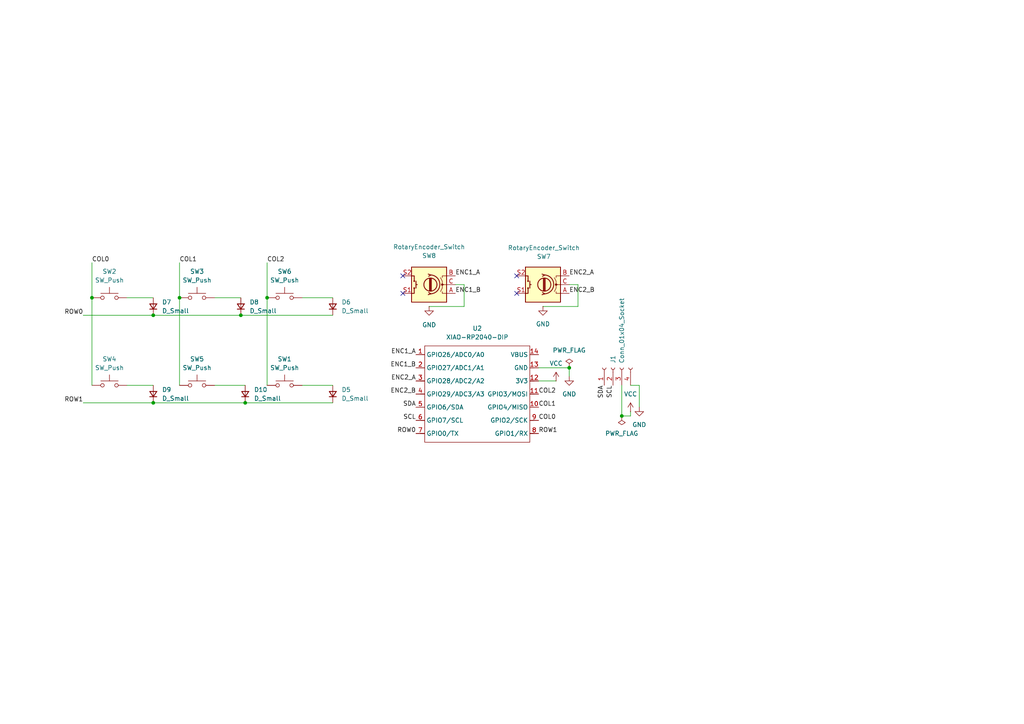
<source format=kicad_sch>
(kicad_sch (version 20250114) (generator "eeschema") (generator_version "9.0")
  (paper "A4")
  (lib_symbols
    (symbol "Connector:Conn_01x04_Socket" (pin_names (offset 1.016) (hide yes))
      (property "Reference" "J" (at 0 5.08 0))
      (property "Value" "Conn_01x04_Socket" (at 0 -7.62 0))
      (symbol "Conn_01x04_Socket_1_1"
        (polyline (pts (xy -1.27 2.54) (xy -0.508 2.54)) (stroke (width 0.1524)))
        (polyline (pts (xy -1.27 0) (xy -0.508 0)) (stroke (width 0.1524)))
        (polyline (pts (xy -1.27 -2.54) (xy -0.508 -2.54)) (stroke (width 0.1524)))
        (polyline (pts (xy -1.27 -5.08) (xy -0.508 -5.08)) (stroke (width 0.1524)))
        (arc (start 0 2.032) (mid -0.5058 2.54) (end 0 3.048) (stroke (width 0.1524)))
        (arc (start 0 -0.508) (mid -0.5058 0) (end 0 0.508) (stroke (width 0.1524)))
        (arc (start 0 -3.048) (mid -0.5058 -2.54) (end 0 -2.032) (stroke (width 0.1524)))
        (arc (start 0 -5.588) (mid -0.5058 -5.08) (end 0 -4.572) (stroke (width 0.1524)))
        (pin passive line (at -5.08 2.54 0) (length 3.81) (name "Pin_1") (number "1"))
        (pin passive line (at -5.08 0 0) (length 3.81) (name "Pin_2") (number "2"))
        (pin passive line (at -5.08 -2.54 0) (length 3.81) (name "Pin_3") (number "3"))
        (pin passive line (at -5.08 -5.08 0) (length 3.81) (name "Pin_4") (number "4"))
      )
    )
    (symbol "Device:D_Small" (pin_numbers (hide yes)) (pin_names (offset 0.254) (hide yes))
      (property "Reference" "D" (at -1.27 2.032 0))
      (property "Value" "D_Small" (at -3.81 -2.032 0))
      (symbol "D_Small_0_1"
        (polyline (pts (xy -0.762 0) (xy 0.762 0)))
        (polyline (pts (xy -0.762 -1.016) (xy -0.762 1.016)) (stroke (width 0.254)))
        (polyline (pts (xy 0.762 -1.016) (xy -0.762 0) (xy 0.762 1.016) (xy 0.762 -1.016)) (stroke (width 0.254)))
      )
      (symbol "D_Small_1_1"
        (pin passive line (at -2.54 0 0) (length 1.778) (name "K") (number "1"))
        (pin passive line (at 2.54 0 180) (length 1.778) (name "A") (number "2"))
      )
    )
    (symbol "Device:RotaryEncoder_Switch" (pin_names (offset 0.254) (hide yes))
      (property "Reference" "SW" (at 0 6.604 0))
      (property "Value" "RotaryEncoder_Switch" (at 0 -6.604 0))
      (symbol "RotaryEncoder_Switch_0_1"
        (rectangle (start -5.08 5.08) (end 5.08 -5.08) (stroke (width 0.254)) (fill (type background)))
        (polyline (pts (xy -5.08 2.54) (xy -3.81 2.54) (xy -3.81 2.032)))
        (polyline (pts (xy -5.08 0) (xy -3.81 0) (xy -3.81 -1.016) (xy -3.302 -2.032)))
        (polyline (pts (xy -5.08 -2.54) (xy -3.81 -2.54) (xy -3.81 -2.032)))
        (polyline (pts (xy -4.318 0) (xy -3.81 0) (xy -3.81 1.016) (xy -3.302 2.032)))
        (circle (center -3.81 0) (radius 0.254) (fill (type outline)))
        (polyline (pts (xy -0.635 -1.778) (xy -0.635 1.778)) (stroke (width 0.254)))
        (circle (center -0.381 0) (radius 1.905) (stroke (width 0.254)))
        (polyline (pts (xy -0.381 -1.778) (xy -0.381 1.778)) (stroke (width 0.254)))
        (arc (start -0.381 -2.794) (mid -3.0988 -0.0635) (end -0.381 2.667) (stroke (width 0.254)))
        (polyline (pts (xy -0.127 1.778) (xy -0.127 -1.778)) (stroke (width 0.254)))
        (polyline (pts (xy 0.254 2.921) (xy -0.508 2.667) (xy 0.127 2.286)) (stroke (width 0.254)))
        (polyline (pts (xy 0.254 -3.048) (xy -0.508 -2.794) (xy 0.127 -2.413)) (stroke (width 0.254)))
        (polyline (pts (xy 3.81 1.016) (xy 3.81 -1.016)) (stroke (width 0.254)))
        (polyline (pts (xy 3.81 0) (xy 3.429 0)) (stroke (width 0.254)))
        (circle (center 4.318 1.016) (radius 0.127) (stroke (width 0.254)))
        (circle (center 4.318 -1.016) (radius 0.127) (stroke (width 0.254)))
        (polyline (pts (xy 5.08 2.54) (xy 4.318 2.54) (xy 4.318 1.016)) (stroke (width 0.254)))
        (polyline (pts (xy 5.08 -2.54) (xy 4.318 -2.54) (xy 4.318 -1.016)) (stroke (width 0.254)))
      )
      (symbol "RotaryEncoder_Switch_1_1"
        (pin passive line (at -7.62 2.54 0) (length 2.54) (name "A") (number "A"))
        (pin passive line (at -7.62 0 0) (length 2.54) (name "C") (number "C"))
        (pin passive line (at -7.62 -2.54 0) (length 2.54) (name "B") (number "B"))
        (pin passive line (at 7.62 2.54 180) (length 2.54) (name "S1") (number "S1"))
        (pin passive line (at 7.62 -2.54 180) (length 2.54) (name "S2") (number "S2"))
      )
    )
    (symbol "OPL:XIAO-RP2040-DIP"
      (property "Reference" "U" (at 0 0 0))
      (property "Value" "XIAO-RP2040-DIP" (at 5.334 -1.778 0))
      (symbol "XIAO-RP2040-DIP_1_0"
        (polyline (pts (xy -1.27 -2.54) (xy 29.21 -2.54)) (stroke (width 0.1524)))
        (polyline (pts (xy -1.27 -5.08) (xy -2.54 -5.08)) (stroke (width 0.1524)))
        (polyline (pts (xy -1.27 -5.08) (xy -1.27 -2.54)) (stroke (width 0.1524)))
        (polyline (pts (xy -1.27 -8.89) (xy -2.54 -8.89)) (stroke (width 0.1524)))
        (polyline (pts (xy -1.27 -8.89) (xy -1.27 -5.08)) (stroke (width 0.1524)))
        (polyline (pts (xy -1.27 -12.7) (xy -2.54 -12.7)) (stroke (width 0.1524)))
        (polyline (pts (xy -1.27 -12.7) (xy -1.27 -8.89)) (stroke (width 0.1524)))
        (polyline (pts (xy -1.27 -16.51) (xy -2.54 -16.51)) (stroke (width 0.1524)))
        (polyline (pts (xy -1.27 -16.51) (xy -1.27 -12.7)) (stroke (width 0.1524)))
        (polyline (pts (xy -1.27 -20.32) (xy -2.54 -20.32)) (stroke (width 0.1524)))
        (polyline (pts (xy -1.27 -24.13) (xy -2.54 -24.13)) (stroke (width 0.1524)))
        (polyline (pts (xy -1.27 -27.94) (xy -2.54 -27.94)) (stroke (width 0.1524)))
        (polyline (pts (xy -1.27 -30.48) (xy -1.27 -16.51)) (stroke (width 0.1524)))
        (polyline (pts (xy 29.21 -2.54) (xy 29.21 -5.08)) (stroke (width 0.1524)))
        (polyline (pts (xy 29.21 -5.08) (xy 29.21 -8.89)) (stroke (width 0.1524)))
        (polyline (pts (xy 29.21 -8.89) (xy 29.21 -12.7)) (stroke (width 0.1524)))
        (polyline (pts (xy 29.21 -12.7) (xy 29.21 -30.48)) (stroke (width 0.1524)))
        (polyline (pts (xy 29.21 -30.48) (xy -1.27 -30.48)) (stroke (width 0.1524)))
        (polyline (pts (xy 30.48 -5.08) (xy 29.21 -5.08)) (stroke (width 0.1524)))
        (polyline (pts (xy 30.48 -8.89) (xy 29.21 -8.89)) (stroke (width 0.1524)))
        (polyline (pts (xy 30.48 -12.7) (xy 29.21 -12.7)) (stroke (width 0.1524)))
        (polyline (pts (xy 30.48 -16.51) (xy 29.21 -16.51)) (stroke (width 0.1524)))
        (polyline (pts (xy 30.48 -20.32) (xy 29.21 -20.32)) (stroke (width 0.1524)))
        (polyline (pts (xy 30.48 -24.13) (xy 29.21 -24.13)) (stroke (width 0.1524)))
        (polyline (pts (xy 30.48 -27.94) (xy 29.21 -27.94)) (stroke (width 0.1524)))
        (pin passive line (at -3.81 -5.08 0) (length 2.54) (name "GPIO26/ADC0/A0") (number "1"))
        (pin passive line (at -3.81 -8.89 0) (length 2.54) (name "GPIO27/ADC1/A1") (number "2"))
        (pin passive line (at -3.81 -12.7 0) (length 2.54) (name "GPIO28/ADC2/A2") (number "3"))
        (pin passive line (at -3.81 -16.51 0) (length 2.54) (name "GPIO29/ADC3/A3") (number "4"))
        (pin passive line (at -3.81 -20.32 0) (length 2.54) (name "GPIO6/SDA") (number "5"))
        (pin passive line (at -3.81 -24.13 0) (length 2.54) (name "GPIO7/SCL") (number "6"))
        (pin passive line (at -3.81 -27.94 0) (length 2.54) (name "GPIO0/TX") (number "7"))
        (pin passive line (at 31.75 -5.08 180) (length 2.54) (name "VBUS") (number "14"))
        (pin passive line (at 31.75 -8.89 180) (length 2.54) (name "GND") (number "13"))
        (pin passive line (at 31.75 -12.7 180) (length 2.54) (name "3V3") (number "12"))
        (pin passive line (at 31.75 -16.51 180) (length 2.54) (name "GPIO3/MOSI") (number "11"))
        (pin passive line (at 31.75 -20.32 180) (length 2.54) (name "GPIO4/MISO") (number "10"))
        (pin passive line (at 31.75 -24.13 180) (length 2.54) (name "GPIO2/SCK") (number "9"))
        (pin passive line (at 31.75 -27.94 180) (length 2.54) (name "GPIO1/RX") (number "8"))
      )
    )
    (symbol "Switch:SW_Push" (pin_numbers (hide yes)) (pin_names (offset 1.016) (hide yes))
      (property "Reference" "SW" (at 1.27 2.54 0))
      (property "Value" "SW_Push" (at 0 -1.524 0))
      (symbol "SW_Push_0_1"
        (circle (center -2.032 0) (radius 0.508))
        (polyline (pts (xy 0 1.27) (xy 0 3.048)))
        (circle (center 2.032 0) (radius 0.508))
        (polyline (pts (xy 2.54 1.27) (xy -2.54 1.27)))
        (pin passive line (at -5.08 0 0) (length 2.54) (name "1") (number "1"))
        (pin passive line (at 5.08 0 180) (length 2.54) (name "2") (number "2"))
      )
    )
    (symbol "power:GND" (power) (pin_numbers (hide yes)) (pin_names (offset 0) (hide yes))
      (property "Value" "GND" (at 0 -3.81 0))
      (symbol "GND_0_1"
        (polyline (pts (xy 0 0) (xy 0 -1.27) (xy 1.27 -1.27) (xy 0 -2.54) (xy -1.27 -1.27) (xy 0 -1.27)))
      )
      (symbol "GND_1_1"
        (pin power_in line (at 0 0 270) (length 0) (name "~") (number "1"))
      )
    )
    (symbol "power:PWR_FLAG" (power) (pin_numbers (hide yes)) (pin_names (offset 0) (hide yes))
      (property "Value" "PWR_FLAG" (at 0 3.81 0))
      (symbol "PWR_FLAG_0_0"
        (pin power_out line (at 0 0 90) (length 0) (name "~") (number "1"))
      )
      (symbol "PWR_FLAG_0_1"
        (polyline (pts (xy 0 0) (xy 0 1.27) (xy -1.016 1.905) (xy 0 2.54) (xy 1.016 1.905) (xy 0 1.27)))
      )
    )
    (symbol "power:VCC" (power) (pin_numbers (hide yes)) (pin_names (offset 0) (hide yes))
      (property "Value" "VCC" (at 0 3.556 0))
      (symbol "VCC_0_1"
        (polyline (pts (xy -0.762 1.27) (xy 0 2.54)))
        (polyline (pts (xy 0 2.54) (xy 0.762 1.27)))
        (polyline (pts (xy 0 0) (xy 0 2.54)))
      )
      (symbol "VCC_1_1"
        (pin power_in line (at 0 0 90) (length 0) (name "~") (number "1"))
      )
    )
  )
  (junction (at 69.85 91.44))
  (junction (at 77.47 86.36))
  (junction (at 44.45 116.84))
  (junction (at 44.45 91.44))
  (junction (at 52.07 86.36))
  (junction (at 165.1 106.68))
  (junction (at 180.34 120.65))
  (junction (at 26.67 86.36))
  (junction (at 71.12 116.84))
  (no_connect (at 116.84 85.09))
  (no_connect (at 116.84 80.01))
  (no_connect (at 149.86 80.01))
  (no_connect (at 149.86 85.09))
  (wire (pts (xy 165.1 106.68) (xy 165.1 109.22)))
  (wire (pts (xy 24.13 116.84) (xy 44.45 116.84)))
  (wire (pts (xy 77.47 76.2) (xy 77.47 86.36)))
  (wire (pts (xy 185.42 111.76) (xy 182.88 111.76)))
  (wire (pts (xy 167.64 82.55) (xy 165.1 82.55)))
  (wire (pts (xy 134.62 82.55) (xy 132.08 82.55)))
  (wire (pts (xy 157.48 88.9) (xy 167.64 88.9)))
  (wire (pts (xy 180.34 120.65) (xy 182.88 120.65)))
  (wire (pts (xy 180.34 111.76) (xy 180.34 120.65)))
  (wire (pts (xy 26.67 86.36) (xy 26.67 111.76)))
  (wire (pts (xy 156.21 106.68) (xy 165.1 106.68)))
  (wire (pts (xy 36.83 86.36) (xy 44.45 86.36)))
  (wire (pts (xy 134.62 88.9) (xy 134.62 82.55)))
  (wire (pts (xy 44.45 91.44) (xy 69.85 91.44)))
  (wire (pts (xy 156.21 110.49) (xy 161.29 110.49)))
  (wire (pts (xy 44.45 116.84) (xy 71.12 116.84)))
  (wire (pts (xy 87.63 111.76) (xy 96.52 111.76)))
  (wire (pts (xy 69.85 91.44) (xy 96.52 91.44)))
  (wire (pts (xy 124.46 88.9) (xy 134.62 88.9)))
  (wire (pts (xy 52.07 86.36) (xy 52.07 111.76)))
  (wire (pts (xy 62.23 86.36) (xy 69.85 86.36)))
  (wire (pts (xy 167.64 88.9) (xy 167.64 82.55)))
  (wire (pts (xy 71.12 116.84) (xy 96.52 116.84)))
  (wire (pts (xy 77.47 86.36) (xy 77.47 111.76)))
  (wire (pts (xy 26.67 76.2) (xy 26.67 86.36)))
  (wire (pts (xy 87.63 86.36) (xy 96.52 86.36)))
  (wire (pts (xy 182.88 119.38) (xy 182.88 120.65)))
  (wire (pts (xy 52.07 76.2) (xy 52.07 86.36)))
  (wire (pts (xy 36.83 111.76) (xy 44.45 111.76)))
  (wire (pts (xy 24.13 91.44) (xy 44.45 91.44)))
  (wire (pts (xy 185.42 111.76) (xy 185.42 118.11)))
  (wire (pts (xy 62.23 111.76) (xy 71.12 111.76)))
  (label "SCL" (at 177.8 111.76 270))
  (label "SCL" (at 120.65 121.92 180))
  (label "COL1" (at 52.07 76.2 0))
  (label "ENC2_B" (at 120.65 114.3 180))
  (label "COL2" (at 77.47 76.2 0))
  (label "SDA" (at 120.65 118.11 180))
  (label "ROW0" (at 120.65 125.73 180))
  (label "ENC1_A" (at 132.08 80.01 0))
  (label "ROW0" (at 24.13 91.44 180))
  (label "SDA" (at 175.26 111.76 270))
  (label "COL0" (at 26.67 76.2 0))
  (label "COL1" (at 156.21 118.11 0))
  (label "ENC1_B" (at 132.08 85.09 0))
  (label "ENC2_A" (at 165.1 80.01 0))
  (label "ROW1" (at 156.21 125.73 0))
  (label "ROW1" (at 24.13 116.84 180))
  (label "ENC1_B" (at 120.65 106.68 180))
  (label "ENC1_A" (at 120.65 102.87 180))
  (label "COL2" (at 156.21 114.3 0))
  (label "ENC2_B" (at 165.1 85.09 0))
  (label "COL0" (at 156.21 121.92 0))
  (label "ENC2_A" (at 120.65 110.49 180))
  (symbol (lib_id "Device:D_Small") (at 44.45 114.3 90) (unit 1)
    (property "Reference" "D9" (at 46.99 113.0299 90) (effects (justify right)))
    (property "Value" "D_Small" (at 46.99 115.5699 90) (effects (justify right)))
    (property "Footprint" "Diode_THT:D_DO-35_SOD27_P7.62mm_Horizontal" (effects (hide yes)))
    (property "Description" "Diode, small symbol" (effects (hide yes)))
    (property "Sim.Device" "D" (effects (hide yes)))
    (property "Sim.Pins" "1=K 2=A" (effects (hide yes)))
  )
  (symbol (lib_id "power:PWR_FLAG") (at 180.34 120.65 0) (mirror x) (unit 1)
    (property "Reference" "#FLG02" (effects (hide yes)))
    (property "Value" "PWR_FLAG" (at 180.34 125.73 0))
    (property "Description" "Special symbol for telling ERC where power comes from" (effects (hide yes)))
  )
  (symbol (lib_id "Switch:SW_Push") (at 57.15 86.36 0) (unit 1)
    (property "Reference" "SW3" (at 57.15 78.74 0))
    (property "Value" "SW_Push" (at 57.15 81.28 0))
    (property "Footprint" "Button_Switch_Keyboard:SW_Cherry_MX_1.00u_PCB" (effects (hide yes)))
    (property "Description" "Push button switch, generic, two pins" (effects (hide yes)))
  )
  (symbol (lib_id "power:GND") (at 157.48 88.9 0) (unit 1)
    (property "Reference" "#PWR03" (effects (hide yes)))
    (property "Value" "GND" (at 157.48 93.98 0))
    (property "Description" "Power symbol creates a global label with name \"GND\" , ground" (effects (hide yes)))
  )
  (symbol (lib_id "Device:D_Small") (at 96.52 114.3 90) (unit 1)
    (property "Reference" "D5" (at 99.06 113.0299 90) (effects (justify right)))
    (property "Value" "D_Small" (at 99.06 115.5699 90) (effects (justify right)))
    (property "Footprint" "Diode_THT:D_DO-35_SOD27_P7.62mm_Horizontal" (effects (hide yes)))
    (property "Description" "Diode, small symbol" (effects (hide yes)))
    (property "Sim.Device" "D" (effects (hide yes)))
    (property "Sim.Pins" "1=K 2=A" (effects (hide yes)))
  )
  (symbol (lib_id "Device:D_Small") (at 71.12 114.3 90) (unit 1)
    (property "Reference" "D10" (at 73.66 113.0299 90) (effects (justify right)))
    (property "Value" "D_Small" (at 73.66 115.5699 90) (effects (justify right)))
    (property "Footprint" "Diode_THT:D_DO-35_SOD27_P7.62mm_Horizontal" (effects (hide yes)))
    (property "Description" "Diode, small symbol" (effects (hide yes)))
    (property "Sim.Device" "D" (effects (hide yes)))
    (property "Sim.Pins" "1=K 2=A" (effects (hide yes)))
  )
  (symbol (lib_id "Device:D_Small") (at 69.85 88.9 90) (unit 1)
    (property "Reference" "D8" (at 72.39 87.6299 90) (effects (justify right)))
    (property "Value" "D_Small" (at 72.39 90.1699 90) (effects (justify right)))
    (property "Footprint" "Diode_THT:D_DO-35_SOD27_P7.62mm_Horizontal" (effects (hide yes)))
    (property "Description" "Diode, small symbol" (effects (hide yes)))
    (property "Sim.Device" "D" (effects (hide yes)))
    (property "Sim.Pins" "1=K 2=A" (effects (hide yes)))
  )
  (symbol (lib_id "power:GND") (at 124.46 88.9 0) (unit 1)
    (property "Reference" "#PWR05" (effects (hide yes)))
    (property "Value" "GND" (at 122.428 94.234 0) (effects (justify left)))
    (property "Description" "Power symbol creates a global label with name \"GND\" , ground" (effects (hide yes)))
  )
  (symbol (lib_id "power:GND") (at 165.1 109.22 0) (unit 1)
    (property "Reference" "#PWR01" (effects (hide yes)))
    (property "Value" "GND" (at 165.1 114.3 0))
    (property "Description" "Power symbol creates a global label with name \"GND\" , ground" (effects (hide yes)))
  )
  (symbol (lib_id "Connector:Conn_01x04_Socket") (at 177.8 106.68 90) (unit 1)
    (property "Reference" "J1" (at 177.7999 105.41 0) (effects (justify left)))
    (property "Value" "Conn_01x04_Socket" (at 180.3399 105.41 0) (effects (justify left)))
    (property "Footprint" "Connector:FanPinHeader_1x04_P2.54mm_Vertical" (effects (hide yes)))
    (property "Description" "Generic connector, single row, 01x04, script generated" (effects (hide yes)))
  )
  (symbol (lib_id "Switch:SW_Push") (at 82.55 111.76 0) (unit 1)
    (property "Reference" "SW1" (at 82.55 104.14 0))
    (property "Value" "SW_Push" (at 82.55 106.68 0))
    (property "Footprint" "Button_Switch_Keyboard:SW_Cherry_MX_1.00u_PCB" (effects (hide yes)))
    (property "Description" "Push button switch, generic, two pins" (effects (hide yes)))
  )
  (symbol (lib_id "Switch:SW_Push") (at 82.55 86.36 0) (unit 1)
    (property "Reference" "SW6" (at 82.55 78.74 0))
    (property "Value" "SW_Push" (at 82.55 81.28 0))
    (property "Footprint" "Button_Switch_Keyboard:SW_Cherry_MX_1.00u_PCB" (effects (hide yes)))
    (property "Description" "Push button switch, generic, two pins" (effects (hide yes)))
  )
  (symbol (lib_id "Device:RotaryEncoder_Switch") (at 124.46 82.55 180) (unit 1)
    (property "Reference" "SW8" (at 124.46 74.168 0))
    (property "Value" "RotaryEncoder_Switch" (at 124.46 71.628 0))
    (property "Footprint" "Rotary_Encoder:RotaryEncoder_Alps_EC11E-Switch_Vertical_H20mm" (effects (hide yes)))
    (property "Description" "Rotary encoder, dual channel, incremental quadrate outputs, with switch" (effects (hide yes)))
  )
  (symbol (lib_id "Switch:SW_Push") (at 57.15 111.76 0) (unit 1)
    (property "Reference" "SW5" (at 57.15 104.14 0))
    (property "Value" "SW_Push" (at 57.15 106.68 0))
    (property "Footprint" "Button_Switch_Keyboard:SW_Cherry_MX_1.00u_PCB" (effects (hide yes)))
    (property "Description" "Push button switch, generic, two pins" (effects (hide yes)))
  )
  (symbol (lib_id "power:GND") (at 185.42 118.11 0) (unit 1)
    (property "Reference" "#PWR02" (effects (hide yes)))
    (property "Value" "GND" (at 185.42 123.19 0))
    (property "Description" "Power symbol creates a global label with name \"GND\" , ground" (effects (hide yes)))
  )
  (symbol (lib_id "Device:RotaryEncoder_Switch") (at 157.48 82.55 180) (unit 1)
    (property "Reference" "SW7" (at 157.734 74.422 0))
    (property "Value" "RotaryEncoder_Switch" (at 157.734 71.882 0))
    (property "Footprint" "Rotary_Encoder:RotaryEncoder_Alps_EC11E-Switch_Vertical_H20mm" (effects (hide yes)))
    (property "Description" "Rotary encoder, dual channel, incremental quadrate outputs, with switch" (effects (hide yes)))
  )
  (symbol (lib_id "power:VCC") (at 161.29 110.49 0) (unit 1)
    (property "Reference" "#PWR06" (effects (hide yes)))
    (property "Value" "VCC" (at 161.29 105.41 0))
    (property "Description" "Power symbol creates a global label with name \"VCC\"" (effects (hide yes)))
  )
  (symbol (lib_id "power:PWR_FLAG") (at 165.1 106.68 0) (unit 1)
    (property "Reference" "#FLG01" (effects (hide yes)))
    (property "Value" "PWR_FLAG" (at 165.1 101.6 0))
    (property "Description" "Special symbol for telling ERC where power comes from" (effects (hide yes)))
  )
  (symbol (lib_id "power:VCC") (at 182.88 119.38 0) (unit 1)
    (property "Reference" "#PWR04" (effects (hide yes)))
    (property "Value" "VCC" (at 182.88 114.3 0))
    (property "Description" "Power symbol creates a global label with name \"VCC\"" (effects (hide yes)))
  )
  (symbol (lib_id "Device:D_Small") (at 44.45 88.9 90) (unit 1)
    (property "Reference" "D7" (at 46.99 87.6299 90) (effects (justify right)))
    (property "Value" "D_Small" (at 46.99 90.1699 90) (effects (justify right)))
    (property "Footprint" "Diode_THT:D_DO-35_SOD27_P7.62mm_Horizontal" (effects (hide yes)))
    (property "Description" "Diode, small symbol" (effects (hide yes)))
    (property "Sim.Device" "D" (effects (hide yes)))
    (property "Sim.Pins" "1=K 2=A" (effects (hide yes)))
  )
  (symbol (lib_id "OPL:XIAO-RP2040-DIP") (at 124.46 97.79 0) (unit 1)
    (property "Reference" "U2" (at 138.43 95.25 0))
    (property "Value" "XIAO-RP2040-DIP" (at 138.43 97.79 0))
    (property "Footprint" "OPL:XIAO-RP2040-DIP" (effects (hide yes)))
  )
  (symbol (lib_id "Switch:SW_Push") (at 31.75 86.36 0) (unit 1)
    (property "Reference" "SW2" (at 31.75 78.74 0))
    (property "Value" "SW_Push" (at 31.75 81.28 0))
    (property "Footprint" "Button_Switch_Keyboard:SW_Cherry_MX_1.00u_PCB" (effects (hide yes)))
    (property "Description" "Push button switch, generic, two pins" (effects (hide yes)))
  )
  (symbol (lib_id "Device:D_Small") (at 96.52 88.9 90) (unit 1)
    (property "Reference" "D6" (at 99.06 87.6299 90) (effects (justify right)))
    (property "Value" "D_Small" (at 99.06 90.1699 90) (effects (justify right)))
    (property "Footprint" "Diode_THT:D_DO-35_SOD27_P7.62mm_Horizontal" (effects (hide yes)))
    (property "Description" "Diode, small symbol" (effects (hide yes)))
    (property "Sim.Device" "D" (effects (hide yes)))
    (property "Sim.Pins" "1=K 2=A" (effects (hide yes)))
  )
  (symbol (lib_id "Switch:SW_Push") (at 31.75 111.76 0) (unit 1)
    (property "Reference" "SW4" (at 31.75 104.14 0))
    (property "Value" "SW_Push" (at 31.75 106.68 0))
    (property "Footprint" "Button_Switch_Keyboard:SW_Cherry_MX_1.00u_PCB" (effects (hide yes)))
    (property "Description" "Push button switch, generic, two pins" (effects (hide yes)))
  )
)
</source>
